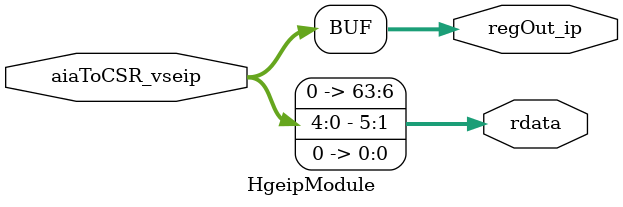
<source format=sv>
`ifndef RANDOMIZE
  `ifdef RANDOMIZE_MEM_INIT
    `define RANDOMIZE
  `endif // RANDOMIZE_MEM_INIT
`endif // not def RANDOMIZE
`ifndef RANDOMIZE
  `ifdef RANDOMIZE_REG_INIT
    `define RANDOMIZE
  `endif // RANDOMIZE_REG_INIT
`endif // not def RANDOMIZE

`ifndef RANDOM
  `define RANDOM $random
`endif // not def RANDOM

// Users can define INIT_RANDOM as general code that gets injected into the
// initializer block for modules with registers.
`ifndef INIT_RANDOM
  `define INIT_RANDOM
`endif // not def INIT_RANDOM

// If using random initialization, you can also define RANDOMIZE_DELAY to
// customize the delay used, otherwise 0.002 is used.
`ifndef RANDOMIZE_DELAY
  `define RANDOMIZE_DELAY 0.002
`endif // not def RANDOMIZE_DELAY

// Define INIT_RANDOM_PROLOG_ for use in our modules below.
`ifndef INIT_RANDOM_PROLOG_
  `ifdef RANDOMIZE
    `ifdef VERILATOR
      `define INIT_RANDOM_PROLOG_ `INIT_RANDOM
    `else  // VERILATOR
      `define INIT_RANDOM_PROLOG_ `INIT_RANDOM #`RANDOMIZE_DELAY begin end
    `endif // VERILATOR
  `else  // RANDOMIZE
    `define INIT_RANDOM_PROLOG_
  `endif // RANDOMIZE
`endif // not def INIT_RANDOM_PROLOG_

// Include register initializers in init blocks unless synthesis is set
`ifndef SYNTHESIS
  `ifndef ENABLE_INITIAL_REG_
    `define ENABLE_INITIAL_REG_
  `endif // not def ENABLE_INITIAL_REG_
`endif // not def SYNTHESIS

// Include rmemory initializers in init blocks unless synthesis is set
`ifndef SYNTHESIS
  `ifndef ENABLE_INITIAL_MEM_
    `define ENABLE_INITIAL_MEM_
  `endif // not def ENABLE_INITIAL_MEM_
`endif // not def SYNTHESIS

module HgeipModule(
  output [63:0] rdata,
  output [4:0]  regOut_ip,
  input  [4:0]  aiaToCSR_vseip
);

  assign rdata = {58'h0, aiaToCSR_vseip, 1'h0};
  assign regOut_ip = aiaToCSR_vseip;
endmodule


</source>
